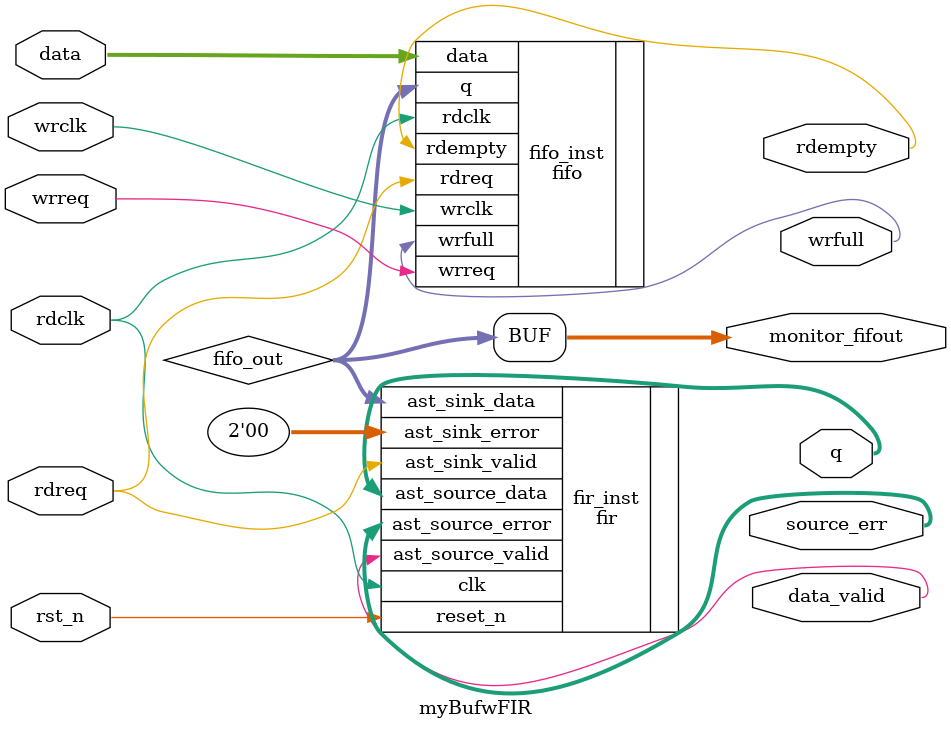
<source format=v>

module myBufwFIR
(
	input	[13:0]  data,
	input	  rdclk,
	input	  rdreq,
	input	  wrclk,
	input	  wrreq,
	input rst_n,
	output	[17:0]  q,
	output data_valid,
	output [1:0] source_err,
	output	  rdempty,
	output	  wrfull,
	output [13:0] monitor_fifout

);


wire [13:0] fifo_out;


assign monitor_fifout = fifo_out;


fifo	fifo_inst (
	.data ( data ),
	.rdclk ( rdclk ),
	.rdreq ( rdreq ),
	.wrclk ( wrclk ),
	.wrreq ( wrreq ),
	.q ( fifo_out ),
	.rdempty ( rdempty ),
	.wrfull ( wrfull )
	);

	
/***
module fir (
	input  wire        clk,              //                     clk.clk
	input  wire        reset_n,          //                     rst.reset_n
	input  wire [13:0] ast_sink_data,    //   avalon_streaming_sink.data
	input  wire        ast_sink_valid,   //                        .valid
	input  wire [1:0]  ast_sink_error,   //                        .error
	output wire [31:0] ast_source_data,  // avalon_streaming_source.data
	output wire        ast_source_valid, //                        .valid
	output wire [1:0]  ast_source_error  //                        .error
);
***/

fir fir_inst (
	.clk              (rdclk),              //                     clk.clk
	.reset_n          (rst_n),          //                     rst.reset_n
	.ast_sink_data    (fifo_out),    //   avalon_streaming_sink.data [13:0]
	.ast_sink_valid   (rdreq),   //                        .valid
	.ast_sink_error   (2'b0),   //                        .error [1:0]
	.ast_source_data  (q),  // avalon_streaming_source.data
	.ast_source_valid (data_valid), //                        .valid
	.ast_source_error (source_err)  //                        .error
);
	

endmodule
</source>
